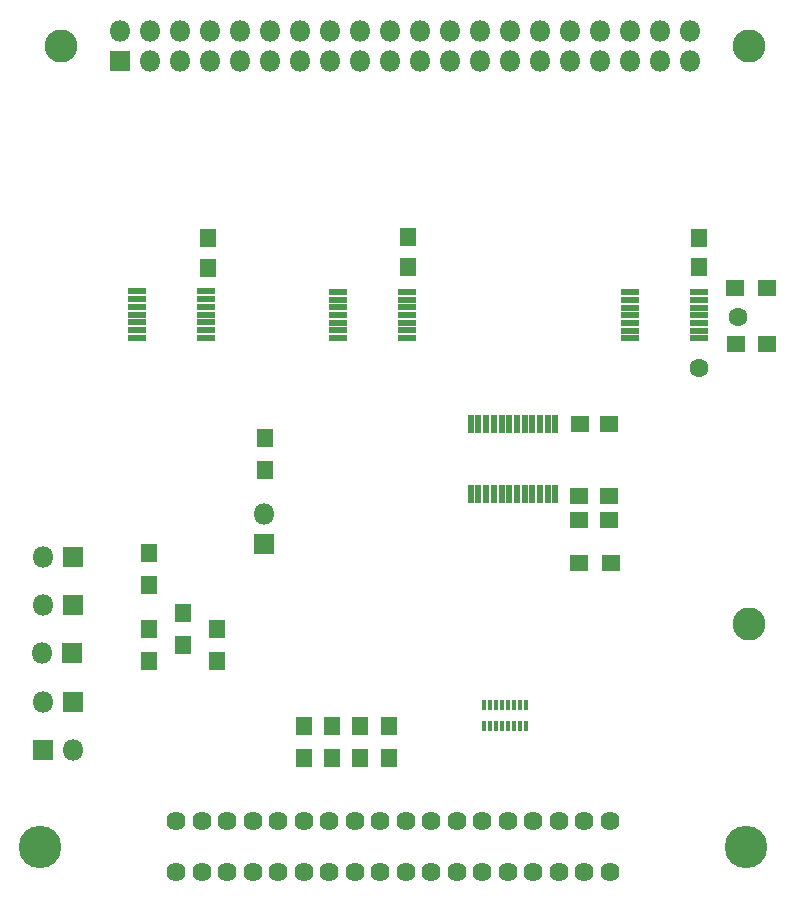
<source format=gts>
G04 #@! TF.GenerationSoftware,KiCad,Pcbnew,(5.1.6)-1*
G04 #@! TF.CreationDate,2020-09-28T13:24:55+09:00*
G04 #@! TF.ProjectId,mt_rpiprtcap,6d745f72-7069-4707-9274-6361702e6b69,rev?*
G04 #@! TF.SameCoordinates,Original*
G04 #@! TF.FileFunction,Soldermask,Top*
G04 #@! TF.FilePolarity,Negative*
%FSLAX46Y46*%
G04 Gerber Fmt 4.6, Leading zero omitted, Abs format (unit mm)*
G04 Created by KiCad (PCBNEW (5.1.6)-1) date 2020-09-28 13:24:55*
%MOMM*%
%LPD*%
G01*
G04 APERTURE LIST*
%ADD10C,1.624000*%
%ADD11C,3.600000*%
%ADD12R,0.550000X1.575000*%
%ADD13O,1.800000X1.800000*%
%ADD14R,1.800000X1.800000*%
%ADD15R,1.600000X1.350000*%
%ADD16R,1.350000X1.600000*%
%ADD17R,1.575000X0.550000*%
%ADD18R,1.600000X1.400000*%
%ADD19R,1.400000X1.600000*%
%ADD20R,0.400000X0.900000*%
%ADD21C,1.600000*%
%ADD22C,2.800000*%
G04 APERTURE END LIST*
D10*
X220420000Y-114212000D03*
X218261000Y-114212000D03*
X216102000Y-114212000D03*
X213943000Y-114212000D03*
X211784000Y-114212000D03*
X209625000Y-114212000D03*
X207466000Y-114212000D03*
X205307000Y-114212000D03*
X203148000Y-114212000D03*
X200989000Y-114212000D03*
X198830000Y-114212000D03*
X196671000Y-114212000D03*
X194512000Y-114212000D03*
X192353000Y-114212000D03*
X190194000Y-114212000D03*
X188035000Y-114212000D03*
X185876000Y-114212000D03*
X183717000Y-114212000D03*
X220420000Y-118502000D03*
X218261000Y-118502000D03*
X216102000Y-118502000D03*
X213943000Y-118502000D03*
X211784000Y-118502000D03*
X209625000Y-118502000D03*
X207466000Y-118502000D03*
X205307000Y-118502000D03*
X203148000Y-118502000D03*
X200989000Y-118502000D03*
X198830000Y-118502000D03*
X196671000Y-118502000D03*
X194512000Y-118502000D03*
X192353000Y-118502000D03*
X190194000Y-118502000D03*
X188035000Y-118502000D03*
X185876000Y-118502000D03*
X183717000Y-118502000D03*
D11*
X231940000Y-116357000D03*
X172197000Y-116357000D03*
D12*
X215804000Y-80589900D03*
X215154000Y-80589900D03*
X214504000Y-80589900D03*
X213854000Y-80589900D03*
X213204000Y-80589900D03*
X212554000Y-80589900D03*
X211904000Y-80589900D03*
X211254000Y-80589900D03*
X210604000Y-80589900D03*
X209954000Y-80589900D03*
X209304000Y-80589900D03*
X208654000Y-80589900D03*
X208654000Y-86465900D03*
X209304000Y-86465900D03*
X209954000Y-86465900D03*
X210604000Y-86465900D03*
X211254000Y-86465900D03*
X211904000Y-86465900D03*
X212554000Y-86465900D03*
X213204000Y-86465900D03*
X213854000Y-86465900D03*
X214504000Y-86465900D03*
X215154000Y-86465900D03*
X215804000Y-86465900D03*
D13*
X227203000Y-47345600D03*
X227203000Y-49885600D03*
X224663000Y-47345600D03*
X224663000Y-49885600D03*
X222123000Y-47345600D03*
X222123000Y-49885600D03*
X219583000Y-47345600D03*
X219583000Y-49885600D03*
X217043000Y-47345600D03*
X217043000Y-49885600D03*
X214503000Y-47345600D03*
X214503000Y-49885600D03*
X211963000Y-47345600D03*
X211963000Y-49885600D03*
X209423000Y-47345600D03*
X209423000Y-49885600D03*
X206883000Y-47345600D03*
X206883000Y-49885600D03*
X204343000Y-47345600D03*
X204343000Y-49885600D03*
X201803000Y-47345600D03*
X201803000Y-49885600D03*
X199263000Y-47345600D03*
X199263000Y-49885600D03*
X196723000Y-47345600D03*
X196723000Y-49885600D03*
X194183000Y-47345600D03*
X194183000Y-49885600D03*
X191643000Y-47345600D03*
X191643000Y-49885600D03*
X189103000Y-47345600D03*
X189103000Y-49885600D03*
X186563000Y-47345600D03*
X186563000Y-49885600D03*
X184023000Y-47345600D03*
X184023000Y-49885600D03*
X181483000Y-47345600D03*
X181483000Y-49885600D03*
X178943000Y-47345600D03*
D14*
X178943000Y-49885600D03*
D15*
X220345000Y-86690200D03*
X217845000Y-86690200D03*
X217845000Y-88722200D03*
X220345000Y-88722200D03*
X217895000Y-80543400D03*
X220395000Y-80543400D03*
D16*
X203365000Y-64751900D03*
X203365000Y-67251900D03*
X228016000Y-67310000D03*
X228016000Y-64810000D03*
X186398000Y-64853500D03*
X186398000Y-67353500D03*
D17*
X197367000Y-69411300D03*
X197367000Y-70061300D03*
X197367000Y-70711300D03*
X197367000Y-71361300D03*
X197367000Y-72011300D03*
X197367000Y-72661300D03*
X197367000Y-73311300D03*
X203243000Y-73311300D03*
X203243000Y-72661300D03*
X203243000Y-72011300D03*
X203243000Y-71361300D03*
X203243000Y-70711300D03*
X203243000Y-70061300D03*
X203243000Y-69411300D03*
X228007000Y-69424000D03*
X228007000Y-70074000D03*
X228007000Y-70724000D03*
X228007000Y-71374000D03*
X228007000Y-72024000D03*
X228007000Y-72674000D03*
X228007000Y-73324000D03*
X222131000Y-73324000D03*
X222131000Y-72674000D03*
X222131000Y-72024000D03*
X222131000Y-71374000D03*
X222131000Y-70724000D03*
X222131000Y-70074000D03*
X222131000Y-69424000D03*
X180361000Y-69360500D03*
X180361000Y-70010500D03*
X180361000Y-70660500D03*
X180361000Y-71310500D03*
X180361000Y-71960500D03*
X180361000Y-72610500D03*
X180361000Y-73260500D03*
X186237000Y-73260500D03*
X186237000Y-72610500D03*
X186237000Y-71960500D03*
X186237000Y-71310500D03*
X186237000Y-70660500D03*
X186237000Y-70010500D03*
X186237000Y-69360500D03*
D13*
X191186000Y-88188800D03*
D14*
X191186000Y-90728800D03*
D13*
X174980000Y-108191000D03*
D14*
X172440000Y-108191000D03*
X174942000Y-104102000D03*
D13*
X172402000Y-104102000D03*
X172377000Y-100012000D03*
D14*
X174917000Y-100012000D03*
X174942000Y-95885000D03*
D13*
X172402000Y-95885000D03*
X172402000Y-91821000D03*
D14*
X174942000Y-91821000D03*
D18*
X231044000Y-69100700D03*
X233744000Y-69100700D03*
X233773000Y-73825100D03*
X231073000Y-73825100D03*
D19*
X201752000Y-106172000D03*
X201752000Y-108872000D03*
X199301000Y-108864000D03*
X199301000Y-106164000D03*
X196926000Y-106164000D03*
X196926000Y-108864000D03*
X194526000Y-108859000D03*
X194526000Y-106159000D03*
X191211000Y-84467700D03*
X191211000Y-81767700D03*
X184328000Y-96563200D03*
X184328000Y-99263200D03*
X181407000Y-97917000D03*
X181407000Y-100617000D03*
X187185000Y-100609400D03*
X187185000Y-97909400D03*
X181407000Y-94199700D03*
X181407000Y-91499700D03*
D18*
X220536000Y-92367100D03*
X217836000Y-92367100D03*
D20*
X213307000Y-104345000D03*
X213307000Y-106145000D03*
X209807000Y-104345000D03*
X209807000Y-106145000D03*
X212807000Y-104345000D03*
X212307000Y-104345000D03*
X211807000Y-104345000D03*
X211307000Y-104345000D03*
X210807000Y-104345000D03*
X210307000Y-104345000D03*
X212807000Y-106145000D03*
X212307000Y-106145000D03*
X211807000Y-106145000D03*
X210807000Y-106145000D03*
X211307000Y-106145000D03*
X210307000Y-106145000D03*
D21*
X231305000Y-71488300D03*
X227978000Y-75869800D03*
D22*
X232232000Y-48590200D03*
X173965000Y-48539400D03*
X232181000Y-97536000D03*
M02*

</source>
